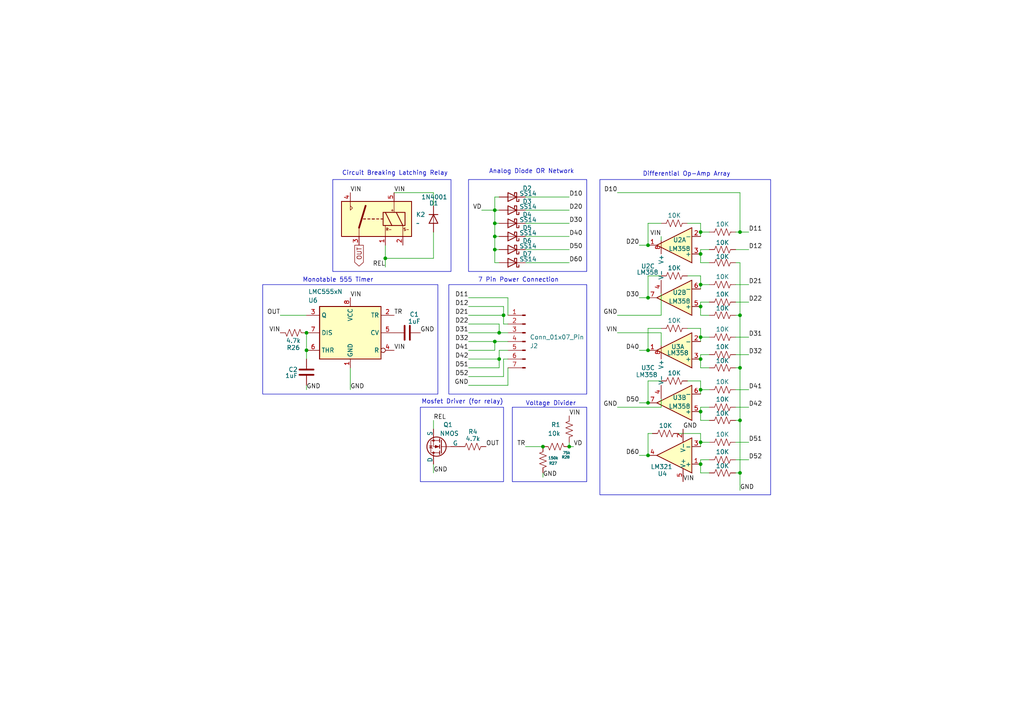
<source format=kicad_sch>
(kicad_sch (version 20250114) (generator "eeschema") (generator_version "9.0")
  (paper "A4")
  (lib_symbols
    (symbol "Amplifier_Operational:LM321" (pin_names (offset 0.127))
      (property "Reference" "U" (at 0 7.62 0))
      (property "Value" "LM321" (at 0 5.08 0))
      (symbol "LM321_0_1"
        (polyline (pts (xy -5.08 5.08) (xy 5.08 0) (xy -5.08 -5.08) (xy -5.08 5.08)) (stroke (width 0.254)) (fill (type background)))
      )
      (symbol "LM321_1_1"
        (pin input line (at -7.62 2.54 0) (length 2.54) (name "+") (number "1"))
        (pin input line (at -7.62 -2.54 0) (length 2.54) (name "-") (number "3"))
        (pin power_in line (at -2.54 7.62 270) (length 3.81) (name "V+") (number "5"))
        (pin power_in line (at -2.54 -7.62 90) (length 3.81) (name "V-") (number "2"))
        (pin output line (at 7.62 0 180) (length 2.54) (name "~") (number "4"))
      )
    )
    (symbol "Amplifier_Operational:LM358" (pin_names (offset 0.127))
      (property "Reference" "U" (at 0 5.08 0))
      (property "Value" "LM358" (at 0 -5.08 0))
      (symbol "LM358_1_1"
        (polyline (pts (xy -5.08 5.08) (xy 5.08 0) (xy -5.08 -5.08) (xy -5.08 5.08)) (stroke (width 0.254)) (fill (type background)))
        (pin input line (at -7.62 2.54 0) (length 2.54) (name "+") (number "3"))
        (pin input line (at -7.62 -2.54 0) (length 2.54) (name "-") (number "2"))
        (pin output line (at 7.62 0 180) (length 2.54) (name "~") (number "1"))
      )
      (symbol "LM358_2_1"
        (polyline (pts (xy -5.08 5.08) (xy 5.08 0) (xy -5.08 -5.08) (xy -5.08 5.08)) (stroke (width 0.254)) (fill (type background)))
        (pin input line (at -7.62 2.54 0) (length 2.54) (name "+") (number "5"))
        (pin input line (at -7.62 -2.54 0) (length 2.54) (name "-") (number "6"))
        (pin output line (at 7.62 0 180) (length 2.54) (name "~") (number "7"))
      )
      (symbol "LM358_3_1"
        (pin power_in line (at -2.54 7.62 270) (length 3.81) (name "V+") (number "8"))
        (pin power_in line (at -2.54 -7.62 90) (length 3.81) (name "V-") (number "4"))
      )
    )
    (symbol "Connector:Conn_01x07_Pin" (pin_names (offset 1.016) (hide yes))
      (property "Reference" "J" (at 0 10.16 0))
      (property "Value" "Conn_01x07_Pin" (at 0 -10.16 0))
      (symbol "Conn_01x07_Pin_1_1"
        (rectangle (start 0.8636 7.747) (end 0 7.493) (stroke (width 0.1524)) (fill (type outline)))
        (rectangle (start 0.8636 5.207) (end 0 4.953) (stroke (width 0.1524)) (fill (type outline)))
        (rectangle (start 0.8636 2.667) (end 0 2.413) (stroke (width 0.1524)) (fill (type outline)))
        (rectangle (start 0.8636 0.127) (end 0 -0.127) (stroke (width 0.1524)) (fill (type outline)))
        (rectangle (start 0.8636 -2.413) (end 0 -2.667) (stroke (width 0.1524)) (fill (type outline)))
        (rectangle (start 0.8636 -4.953) (end 0 -5.207) (stroke (width 0.1524)) (fill (type outline)))
        (rectangle (start 0.8636 -7.493) (end 0 -7.747) (stroke (width 0.1524)) (fill (type outline)))
        (polyline (pts (xy 1.27 7.62) (xy 0.8636 7.62)) (stroke (width 0.1524)))
        (polyline (pts (xy 1.27 5.08) (xy 0.8636 5.08)) (stroke (width 0.1524)))
        (polyline (pts (xy 1.27 2.54) (xy 0.8636 2.54)) (stroke (width 0.1524)))
        (polyline (pts (xy 1.27 0) (xy 0.8636 0)) (stroke (width 0.1524)))
        (polyline (pts (xy 1.27 -2.54) (xy 0.8636 -2.54)) (stroke (width 0.1524)))
        (polyline (pts (xy 1.27 -5.08) (xy 0.8636 -5.08)) (stroke (width 0.1524)))
        (polyline (pts (xy 1.27 -7.62) (xy 0.8636 -7.62)) (stroke (width 0.1524)))
        (pin passive line (at 5.08 7.62 180) (length 3.81) (name "Pin_1") (number "1"))
        (pin passive line (at 5.08 5.08 180) (length 3.81) (name "Pin_2") (number "2"))
        (pin passive line (at 5.08 2.54 180) (length 3.81) (name "Pin_3") (number "3"))
        (pin passive line (at 5.08 0 180) (length 3.81) (name "Pin_4") (number "4"))
        (pin passive line (at 5.08 -2.54 180) (length 3.81) (name "Pin_5") (number "5"))
        (pin passive line (at 5.08 -5.08 180) (length 3.81) (name "Pin_6") (number "6"))
        (pin passive line (at 5.08 -7.62 180) (length 3.81) (name "Pin_7") (number "7"))
      )
    )
    (symbol "Device:C" (pin_numbers (hide yes)) (pin_names (offset 0.254))
      (property "Reference" "C" (at 0.635 2.54 0))
      (property "Value" "C" (at 0.635 -2.54 0))
      (symbol "C_0_1"
        (polyline (pts (xy -2.032 0.762) (xy 2.032 0.762)) (stroke (width 0.508)))
        (polyline (pts (xy -2.032 -0.762) (xy 2.032 -0.762)) (stroke (width 0.508)))
      )
      (symbol "C_1_1"
        (pin passive line (at 0 3.81 270) (length 2.794) (name "~") (number "1"))
        (pin passive line (at 0 -3.81 90) (length 2.794) (name "~") (number "2"))
      )
    )
    (symbol "Device:R_US" (pin_numbers (hide yes)) (pin_names (offset 0))
      (property "Reference" "R" (at 2.54 0 90))
      (property "Value" "R_US" (at -2.54 0 90))
      (symbol "R_US_0_1"
        (polyline (pts (xy 0 2.286) (xy 0 2.54)))
        (polyline (pts (xy 0 2.286) (xy 1.016 1.905) (xy 0 1.524) (xy -1.016 1.143) (xy 0 0.762)))
        (polyline (pts (xy 0 0.762) (xy 1.016 0.381) (xy 0 0) (xy -1.016 -0.381) (xy 0 -0.762)))
        (polyline (pts (xy 0 -0.762) (xy 1.016 -1.143) (xy 0 -1.524) (xy -1.016 -1.905) (xy 0 -2.286)))
        (polyline (pts (xy 0 -2.286) (xy 0 -2.54)))
      )
      (symbol "R_US_1_1"
        (pin passive line (at 0 3.81 270) (length 1.27) (name "~") (number "1"))
        (pin passive line (at 0 -3.81 90) (length 1.27) (name "~") (number "2"))
      )
    )
    (symbol "Diode:1N4001" (pin_numbers (hide yes)) (pin_names (hide yes))
      (property "Reference" "D" (at 0 2.54 0))
      (property "Value" "1N4001" (at 0 -2.54 0))
      (symbol "1N4001_0_1"
        (polyline (pts (xy -1.27 1.27) (xy -1.27 -1.27)) (stroke (width 0.254)))
        (polyline (pts (xy 1.27 1.27) (xy 1.27 -1.27) (xy -1.27 0) (xy 1.27 1.27)) (stroke (width 0.254)))
        (polyline (pts (xy 1.27 0) (xy -1.27 0)))
      )
      (symbol "1N4001_1_1"
        (pin passive line (at -3.81 0 0) (length 2.54) (name "K") (number "1"))
        (pin passive line (at 3.81 0 180) (length 2.54) (name "A") (number "2"))
      )
    )
    (symbol "Diode:SS14" (pin_numbers (hide yes)) (pin_names (offset 1.016) (hide yes))
      (property "Reference" "D" (at 0 2.54 0))
      (property "Value" "SS14" (at 0 -2.54 0))
      (symbol "SS14_0_1"
        (polyline (pts (xy -1.905 0.635) (xy -1.905 1.27) (xy -1.27 1.27) (xy -1.27 -1.27) (xy -0.635 -1.27) (xy -0.635 -0.635)) (stroke (width 0.254)))
        (polyline (pts (xy 1.27 1.27) (xy 1.27 -1.27) (xy -1.27 0) (xy 1.27 1.27)) (stroke (width 0.254)))
        (polyline (pts (xy 1.27 0) (xy -1.27 0)))
      )
      (symbol "SS14_1_1"
        (pin passive line (at -3.81 0 0) (length 2.54) (name "K") (number "1"))
        (pin passive line (at 3.81 0 180) (length 2.54) (name "A") (number "2"))
      )
    )
    (symbol "Relay:Relay_SPST_Latching_2coil_Combined_SR"
      (property "Reference" "K" (at 12.954 5.08 0))
      (symbol "Relay_SPST_Latching_2coil_Combined_SR_0_1"
        (polyline (pts (xy -7.62 -3.81) (xy -7.62 -0.635)))
        (polyline (pts (xy -5.08 6.35) (xy -5.08 3.175)))
        (polyline (pts (xy -2.54 -3.81) (xy -2.54 -0.635)))
      )
      (symbol "Relay_SPST_Latching_2coil_Combined_SR_1_1"
        (rectangle (start -10.16 6.35) (end 10.16 -3.81) (stroke (width 0.254)) (fill (type background)))
        (rectangle (start -8.255 3.175) (end -1.905 -0.635) (stroke (width 0.254)))
        (polyline (pts (xy -7.62 -0.635) (xy -5.715 3.175)) (stroke (width 0.254)))
        (polyline (pts (xy -4.445 -0.635) (xy -2.54 3.175)) (stroke (width 0.254)))
        (polyline (pts (xy -1.905 1.27) (xy -1.27 1.27)) (stroke (width 0.254)))
        (polyline (pts (xy -0.635 1.27) (xy 0 1.27)) (stroke (width 0.254)))
        (polyline (pts (xy 0.635 1.27) (xy 1.27 1.27)) (stroke (width 0.254)))
        (polyline (pts (xy 0.635 1.27) (xy 1.27 1.27)) (stroke (width 0.254)))
        (polyline (pts (xy 1.905 1.27) (xy 2.54 1.27)) (stroke (width 0.254)))
        (polyline (pts (xy 3.175 1.27) (xy 3.81 1.27)) (stroke (width 0.254)))
        (polyline (pts (xy 5.08 -1.27) (xy 3.175 5.08)) (stroke (width 0.508)))
        (polyline (pts (xy 5.08 -1.27) (xy 5.08 -3.81)))
        (polyline (pts (xy 7.62 5.08) (xy 7.62 6.35)))
        (polyline (pts (xy 7.62 5.08) (xy 7.62 3.81) (xy 6.985 4.445) (xy 7.62 5.08)))
        (text "S-" (at -8.636 -1.778 0) (effects (font (size 0.762 0.762))))
        (text "+" (at -4.572 3.81 0) (effects (font (size 0.762 0.762))))
        (text "R-" (at -3.556 -1.778 0) (effects (font (size 0.762 0.762))))
        (pin passive line (at -7.62 -6.35 90) (length 2.54) (name "~") (number "2"))
        (pin passive line (at -5.08 8.89 270) (length 2.54) (name "~") (number "5"))
        (pin passive line (at -2.54 -6.35 90) (length 2.54) (name "~") (number "1"))
        (pin passive line (at 5.08 -6.35 90) (length 2.54) (name "~") (number "3"))
        (pin passive line (at 7.62 8.89 270) (length 2.54) (name "~") (number "4"))
      )
    )
    (symbol "Simulation_SPICE:NMOS" (pin_numbers (hide yes)) (pin_names (offset 0))
      (property "Reference" "Q" (at 5.08 1.27 0))
      (property "Value" "NMOS" (at 5.08 -1.27 0))
      (symbol "NMOS_0_1"
        (polyline (pts (xy 0.254 1.905) (xy 0.254 -1.905)) (stroke (width 0.254)))
        (polyline (pts (xy 0.254 0) (xy -2.54 0)))
        (polyline (pts (xy 0.762 2.286) (xy 0.762 1.27)) (stroke (width 0.254)))
        (polyline (pts (xy 0.762 0.508) (xy 0.762 -0.508)) (stroke (width 0.254)))
        (polyline (pts (xy 0.762 -1.27) (xy 0.762 -2.286)) (stroke (width 0.254)))
        (polyline (pts (xy 0.762 -1.778) (xy 3.302 -1.778) (xy 3.302 1.778) (xy 0.762 1.778)))
        (polyline (pts (xy 1.016 0) (xy 2.032 0.381) (xy 2.032 -0.381) (xy 1.016 0)) (fill (type outline)))
        (circle (center 1.651 0) (radius 2.794) (stroke (width 0.254)))
        (polyline (pts (xy 2.54 2.54) (xy 2.54 1.778)))
        (circle (center 2.54 1.778) (radius 0.254) (fill (type outline)))
        (circle (center 2.54 -1.778) (radius 0.254) (fill (type outline)))
        (polyline (pts (xy 2.54 -2.54) (xy 2.54 0) (xy 0.762 0)))
        (polyline (pts (xy 2.794 0.508) (xy 2.921 0.381) (xy 3.683 0.381) (xy 3.81 0.254)))
        (polyline (pts (xy 3.302 0.381) (xy 2.921 -0.254) (xy 3.683 -0.254) (xy 3.302 0.381)))
      )
      (symbol "NMOS_1_1"
        (pin input line (at -5.08 0 0) (length 2.54) (name "G") (number "2"))
        (pin passive line (at 2.54 5.08 270) (length 2.54) (name "D") (number "1"))
        (pin passive line (at 2.54 -5.08 90) (length 2.54) (name "S") (number "3"))
      )
    )
    (symbol "Timer:LMC555xN"
      (property "Reference" "U" (at -10.16 8.89 0))
      (property "Value" "LMC555xN" (at 2.54 8.89 0))
      (symbol "LMC555xN_0_0"
        (pin power_in line (at 0 10.16 270) (length 2.54) (name "VCC") (number "8"))
        (pin power_in line (at 0 -10.16 90) (length 2.54) (name "GND") (number "1"))
      )
      (symbol "LMC555xN_0_1"
        (rectangle (start -8.89 -7.62) (end 8.89 7.62) (stroke (width 0.254)) (fill (type background)))
        (rectangle (start -8.89 -7.62) (end 8.89 7.62) (stroke (width 0.254)) (fill (type background)))
      )
      (symbol "LMC555xN_1_1"
        (pin input line (at -12.7 5.08 0) (length 3.81) (name "TR") (number "2"))
        (pin input line (at -12.7 0 0) (length 3.81) (name "CV") (number "5"))
        (pin input inverted (at -12.7 -5.08 0) (length 3.81) (name "R") (number "4"))
        (pin output line (at 12.7 5.08 180) (length 3.81) (name "Q") (number "3"))
        (pin input line (at 12.7 0 180) (length 3.81) (name "DIS") (number "7"))
        (pin input line (at 12.7 -5.08 180) (length 3.81) (name "THR") (number "6"))
      )
    )
  )
  (rectangle (start 130.175 82.55) (end 170.18 114.3))
  (rectangle (start 173.99 52.07) (end 223.52 143.51))
  (rectangle (start 148.59 118.11) (end 170.18 139.7))
  (rectangle (start 135.89 52.07) (end 170.18 78.74))
  (rectangle (start 121.92 118.11) (end 146.05 139.7))
  (rectangle (start 76.2 82.55) (end 127 114.3))
  (rectangle (start 96.52 52.07) (end 130.81 78.74))
  (text "Differential Op-Amp Array" (at 199.136 50.546 0) (effects (font (size 1.27 1.27))))
  (text "7 Pin Power Connection" (at 150.368 81.28 0) (effects (font (size 1.27 1.27))))
  (text "Voltage Divider\n" (at 159.766 117.094 0) (effects (font (size 1.27 1.27))))
  (text "Monotable 555 Timer" (at 98.044 81.28 0) (effects (font (size 1.27 1.27))))
  (text "Mosfet Driver (for relay)" (at 134.112 116.586 0) (effects (font (size 1.27 1.27))))
  (text "Circuit Breaking Latching Relay" (at 114.554 50.292 0) (effects (font (size 1.27 1.27))))
  (text "Analog Diode OR Network" (at 154.178 49.784 0) (effects (font (size 1.27 1.27))))
  (junction (at 203.2 67.31))
  (junction (at 187.96 86.36))
  (junction (at 111.76 74.93))
  (junction (at 203.2 104.14))
  (junction (at 143.51 99.06))
  (junction (at 203.2 88.9))
  (junction (at 146.05 91.44))
  (junction (at 144.78 104.14))
  (junction (at 143.51 72.39))
  (junction (at 143.51 60.96))
  (junction (at 187.96 101.6))
  (junction (at 214.63 91.44))
  (junction (at 214.63 106.68))
  (junction (at 203.2 119.38))
  (junction (at 187.96 132.08))
  (junction (at 88.9 101.6))
  (junction (at 203.2 73.66))
  (junction (at 143.51 64.77))
  (junction (at 203.2 82.55))
  (junction (at 88.9 96.52))
  (junction (at 203.2 128.27))
  (junction (at 214.63 137.16))
  (junction (at 214.63 121.92))
  (junction (at 144.78 96.52))
  (junction (at 214.63 67.31))
  (junction (at 157.48 129.54))
  (junction (at 203.2 134.62))
  (junction (at 203.2 97.79))
  (junction (at 165.1 129.54))
  (junction (at 187.96 71.12))
  (junction (at 203.2 113.03))
  (junction (at 143.51 68.58))
  (junction (at 187.96 116.84))
  (wire (pts (xy 191.77 64.77) (xy 187.96 64.77)))
  (wire (pts (xy 213.36 113.03) (xy 217.17 113.03)))
  (wire (pts (xy 214.63 67.31) (xy 217.17 67.31)))
  (wire (pts (xy 185.42 71.12) (xy 187.96 71.12)))
  (wire (pts (xy 179.07 96.52) (xy 191.77 96.52)))
  (wire (pts (xy 203.2 121.92) (xy 205.74 121.92)))
  (wire (pts (xy 203.2 119.38) (xy 203.2 121.92)))
  (wire (pts (xy 143.51 60.96) (xy 143.51 64.77)))
  (wire (pts (xy 213.36 137.16) (xy 214.63 137.16)))
  (wire (pts (xy 111.76 74.93) (xy 111.76 71.12)))
  (wire (pts (xy 191.77 80.01) (xy 187.96 80.01)))
  (wire (pts (xy 214.63 76.2) (xy 214.63 91.44)))
  (wire (pts (xy 88.9 104.14) (xy 88.9 101.6)))
  (wire (pts (xy 179.07 118.11) (xy 191.77 118.11)))
  (wire (pts (xy 146.05 88.9) (xy 146.05 91.44)))
  (wire (pts (xy 203.2 118.11) (xy 203.2 119.38)))
  (wire (pts (xy 203.2 110.49) (xy 199.39 110.49)))
  (wire (pts (xy 111.76 74.93) (xy 111.76 77.47)))
  (wire (pts (xy 185.42 116.84) (xy 187.96 116.84)))
  (wire (pts (xy 203.2 113.03) (xy 203.2 110.49)))
  (wire (pts (xy 217.17 133.35) (xy 213.36 133.35)))
  (wire (pts (xy 88.9 101.6) (xy 88.9 96.52)))
  (wire (pts (xy 144.78 57.15) (xy 143.51 57.15)))
  (wire (pts (xy 203.2 88.9) (xy 203.2 91.44)))
  (wire (pts (xy 203.2 134.62) (xy 203.2 137.16)))
  (wire (pts (xy 203.2 113.03) (xy 205.74 113.03)))
  (wire (pts (xy 125.73 74.93) (xy 111.76 74.93)))
  (wire (pts (xy 152.4 68.58) (xy 165.1 68.58)))
  (wire (pts (xy 135.89 93.98) (xy 144.78 93.98)))
  (wire (pts (xy 147.32 96.52) (xy 144.78 96.52)))
  (wire (pts (xy 203.2 68.58) (xy 203.2 67.31)))
  (wire (pts (xy 203.2 76.2) (xy 205.74 76.2)))
  (wire (pts (xy 203.2 128.27) (xy 203.2 125.73)))
  (wire (pts (xy 135.89 109.22) (xy 146.05 109.22)))
  (wire (pts (xy 125.73 121.92) (xy 125.73 124.46)))
  (wire (pts (xy 125.73 55.88) (xy 125.73 59.69)))
  (wire (pts (xy 203.2 99.06) (xy 203.2 97.79)))
  (wire (pts (xy 203.2 102.87) (xy 203.2 104.14)))
  (wire (pts (xy 135.89 91.44) (xy 146.05 91.44)))
  (wire (pts (xy 135.89 104.14) (xy 144.78 104.14)))
  (wire (pts (xy 213.36 106.68) (xy 214.63 106.68)))
  (wire (pts (xy 213.36 67.31) (xy 214.63 67.31)))
  (wire (pts (xy 101.6 106.68) (xy 101.6 113.03)))
  (wire (pts (xy 147.32 93.98) (xy 146.05 93.98)))
  (wire (pts (xy 214.63 91.44) (xy 214.63 106.68)))
  (wire (pts (xy 203.2 97.79) (xy 203.2 95.25)))
  (wire (pts (xy 213.36 82.55) (xy 217.17 82.55)))
  (wire (pts (xy 203.2 67.31) (xy 205.74 67.31)))
  (wire (pts (xy 189.23 125.73) (xy 187.96 125.73)))
  (wire (pts (xy 125.73 134.62) (xy 125.73 137.16)))
  (wire (pts (xy 165.1 129.54) (xy 166.37 129.54)))
  (wire (pts (xy 191.77 100.33) (xy 191.77 96.52)))
  (wire (pts (xy 114.3 55.88) (xy 125.73 55.88)))
  (wire (pts (xy 144.78 96.52) (xy 144.78 93.98)))
  (wire (pts (xy 214.63 106.68) (xy 214.63 121.92)))
  (wire (pts (xy 203.2 125.73) (xy 196.85 125.73)))
  (wire (pts (xy 144.78 104.14) (xy 144.78 106.68)))
  (wire (pts (xy 203.2 87.63) (xy 203.2 88.9)))
  (wire (pts (xy 165.1 128.27) (xy 165.1 129.54)))
  (wire (pts (xy 135.89 106.68) (xy 144.78 106.68)))
  (wire (pts (xy 205.74 72.39) (xy 203.2 72.39)))
  (wire (pts (xy 203.2 104.14) (xy 203.2 106.68)))
  (wire (pts (xy 203.2 83.82) (xy 203.2 82.55)))
  (wire (pts (xy 214.63 137.16) (xy 214.63 142.24)))
  (wire (pts (xy 179.07 91.44) (xy 191.77 91.44)))
  (wire (pts (xy 187.96 125.73) (xy 187.96 132.08)))
  (wire (pts (xy 143.51 76.2) (xy 144.78 76.2)))
  (wire (pts (xy 143.51 68.58) (xy 143.51 72.39)))
  (wire (pts (xy 152.4 60.96) (xy 165.1 60.96)))
  (wire (pts (xy 125.73 67.31) (xy 125.73 74.93)))
  (wire (pts (xy 217.17 102.87) (xy 213.36 102.87)))
  (wire (pts (xy 143.51 57.15) (xy 143.51 60.96)))
  (wire (pts (xy 179.07 55.88) (xy 214.63 55.88)))
  (wire (pts (xy 191.77 68.58) (xy 191.77 69.85)))
  (wire (pts (xy 203.2 106.68) (xy 205.74 106.68)))
  (wire (pts (xy 213.36 76.2) (xy 214.63 76.2)))
  (wire (pts (xy 203.2 129.54) (xy 203.2 128.27)))
  (wire (pts (xy 185.42 101.6) (xy 187.96 101.6)))
  (wire (pts (xy 147.32 101.6) (xy 144.78 101.6)))
  (wire (pts (xy 203.2 72.39) (xy 203.2 73.66)))
  (wire (pts (xy 146.05 91.44) (xy 146.05 93.98)))
  (wire (pts (xy 143.51 60.96) (xy 144.78 60.96)))
  (wire (pts (xy 143.51 64.77) (xy 144.78 64.77)))
  (wire (pts (xy 203.2 82.55) (xy 205.74 82.55)))
  (wire (pts (xy 135.89 99.06) (xy 143.51 99.06)))
  (wire (pts (xy 147.32 106.68) (xy 147.32 111.76)))
  (wire (pts (xy 203.2 67.31) (xy 203.2 64.77)))
  (wire (pts (xy 185.42 86.36) (xy 187.96 86.36)))
  (wire (pts (xy 143.51 99.06) (xy 147.32 99.06)))
  (wire (pts (xy 191.77 95.25) (xy 187.96 95.25)))
  (wire (pts (xy 203.2 114.3) (xy 203.2 113.03)))
  (wire (pts (xy 147.32 91.44) (xy 147.32 86.36)))
  (wire (pts (xy 203.2 133.35) (xy 203.2 134.62)))
  (wire (pts (xy 144.78 72.39) (xy 143.51 72.39)))
  (wire (pts (xy 88.9 111.76) (xy 88.9 113.03)))
  (wire (pts (xy 157.48 137.16) (xy 157.48 138.43)))
  (wire (pts (xy 203.2 82.55) (xy 203.2 80.01)))
  (wire (pts (xy 135.89 86.36) (xy 147.32 86.36)))
  (wire (pts (xy 143.51 64.77) (xy 143.51 68.58)))
  (wire (pts (xy 143.51 99.06) (xy 143.51 101.6)))
  (wire (pts (xy 152.4 76.2) (xy 165.1 76.2)))
  (wire (pts (xy 135.89 111.76) (xy 147.32 111.76)))
  (wire (pts (xy 205.74 102.87) (xy 203.2 102.87)))
  (wire (pts (xy 213.36 121.92) (xy 214.63 121.92)))
  (wire (pts (xy 203.2 73.66) (xy 203.2 76.2)))
  (wire (pts (xy 143.51 72.39) (xy 143.51 76.2)))
  (wire (pts (xy 217.17 118.11) (xy 213.36 118.11)))
  (wire (pts (xy 203.2 80.01) (xy 199.39 80.01)))
  (wire (pts (xy 152.4 64.77) (xy 165.1 64.77)))
  (wire (pts (xy 217.17 72.39) (xy 213.36 72.39)))
  (wire (pts (xy 135.89 101.6) (xy 143.51 101.6)))
  (wire (pts (xy 146.05 104.14) (xy 146.05 109.22)))
  (wire (pts (xy 187.96 110.49) (xy 187.96 116.84)))
  (wire (pts (xy 214.63 121.92) (xy 214.63 137.16)))
  (wire (pts (xy 203.2 128.27) (xy 205.74 128.27)))
  (wire (pts (xy 185.42 132.08) (xy 187.96 132.08)))
  (wire (pts (xy 205.74 87.63) (xy 203.2 87.63)))
  (wire (pts (xy 139.7 60.96) (xy 143.51 60.96)))
  (wire (pts (xy 214.63 67.31) (xy 214.63 55.88)))
  (wire (pts (xy 152.4 72.39) (xy 165.1 72.39)))
  (wire (pts (xy 203.2 91.44) (xy 205.74 91.44)))
  (wire (pts (xy 203.2 97.79) (xy 205.74 97.79)))
  (wire (pts (xy 191.77 115.57) (xy 191.77 118.11)))
  (wire (pts (xy 203.2 137.16) (xy 205.74 137.16)))
  (wire (pts (xy 213.36 97.79) (xy 217.17 97.79)))
  (wire (pts (xy 81.28 91.44) (xy 88.9 91.44)))
  (wire (pts (xy 135.89 88.9) (xy 146.05 88.9)))
  (wire (pts (xy 191.77 85.09) (xy 191.77 91.44)))
  (wire (pts (xy 213.36 91.44) (xy 214.63 91.44)))
  (wire (pts (xy 199.39 64.77) (xy 203.2 64.77)))
  (wire (pts (xy 203.2 95.25) (xy 199.39 95.25)))
  (wire (pts (xy 187.96 80.01) (xy 187.96 86.36)))
  (wire (pts (xy 143.51 68.58) (xy 144.78 68.58)))
  (wire (pts (xy 152.4 129.54) (xy 157.48 129.54)))
  (wire (pts (xy 152.4 57.15) (xy 165.1 57.15)))
  (wire (pts (xy 213.36 128.27) (xy 217.17 128.27)))
  (wire (pts (xy 187.96 64.77) (xy 187.96 71.12)))
  (wire (pts (xy 187.96 95.25) (xy 187.96 101.6)))
  (wire (pts (xy 205.74 133.35) (xy 203.2 133.35)))
  (wire (pts (xy 135.89 96.52) (xy 144.78 96.52)))
  (wire (pts (xy 147.32 104.14) (xy 146.05 104.14)))
  (wire (pts (xy 217.17 87.63) (xy 213.36 87.63)))
  (wire (pts (xy 191.77 110.49) (xy 187.96 110.49)))
  (wire (pts (xy 205.74 118.11) (xy 203.2 118.11)))
  (wire (pts (xy 144.78 101.6) (xy 144.78 104.14)))
  (label "D60" (at 185.42 132.08 180))
  (label "D41" (at 217.17 113.03 0))
  (label "D50" (at 185.42 116.84 180))
  (label "GND" (at 157.48 138.43 0))
  (label "D31" (at 217.17 97.79 0))
  (label "D32" (at 217.17 102.87 0))
  (label "D11" (at 135.89 86.36 180))
  (label "VIN" (at 198.12 139.7 0))
  (label "VIN" (at 179.07 96.52 180))
  (label "OUT" (at 140.97 129.54 0))
  (label "D12" (at 217.17 72.39 0))
  (label "TR" (at 114.3 91.44 0))
  (label "VIN" (at 165.1 120.65 0))
  (label "OUT" (at 81.28 91.44 180))
  (label "D22" (at 217.17 87.63 0))
  (label "VIN" (at 114.3 101.6 0))
  (label "D51" (at 217.17 128.27 0))
  (label "D30" (at 165.1 64.77 0))
  (label "TR" (at 152.4 129.54 180))
  (label "VIN" (at 191.77 68.58 180))
  (label "D12" (at 135.89 88.9 180))
  (label "D31" (at 135.89 96.52 180))
  (label "GND" (at 214.63 142.24 0))
  (label "D30" (at 185.42 86.36 180))
  (label "VIN" (at 81.28 96.52 180))
  (label "GND" (at 135.89 111.76 180))
  (label "GND" (at 198.12 124.46 0))
  (label "GND" (at 179.07 91.44 180))
  (label "GND" (at 125.73 137.16 0))
  (label "VIN" (at 101.6 55.88 0))
  (label "VD" (at 139.7 60.96 180))
  (label "D20" (at 165.1 60.96 0))
  (label "GND" (at 179.07 118.11 180))
  (label "D51" (at 135.89 106.68 180))
  (label "VIN" (at 101.6 86.36 0))
  (label "D52" (at 135.89 109.22 180))
  (label "D42" (at 135.89 104.14 180))
  (label "D21" (at 217.17 82.55 0))
  (label "GND" (at 88.9 113.03 0))
  (label "D40" (at 165.1 68.58 0))
  (label "D10" (at 179.07 55.88 180))
  (label "D42" (at 217.17 118.11 0))
  (label "D10" (at 165.1 57.15 0))
  (label "REL" (at 125.73 121.92 0))
  (label "D20" (at 185.42 71.12 180))
  (label "D32" (at 135.89 99.06 180))
  (label "D41" (at 135.89 101.6 180))
  (label "GND" (at 101.6 113.03 0))
  (label "D11" (at 217.17 67.31 0))
  (label "D50" (at 165.1 72.39 0))
  (label "D22" (at 135.89 93.98 180))
  (label "GND" (at 121.92 96.52 0))
  (label "VD" (at 166.37 129.54 0))
  (label "D52" (at 217.17 133.35 0))
  (label "D40" (at 185.42 101.6 180))
  (label "D21" (at 135.89 91.44 180))
  (label "D60" (at 165.1 76.2 0))
  (label "VIN" (at 114.3 55.88 0))
  (label "REL" (at 111.76 77.47 180))
  (global_label "OUT" (shape output) (at 104.14 71.12 270) (property "Intersheetrefs" "${INTERSHEET_REFS}" (effects (hide yes))))
  (symbol (lib_id "Connector:Conn_01x07_Pin") (at 152.4 99.06 0) (mirror y) (unit 1)
    (property "Reference" "J2" (at 153.67 100.3301 0) (effects (justify right)))
    (property "Value" "Conn_01x07_Pin" (at 153.67 97.7901 0) (effects (justify right)))
    (property "Footprint" "Connector_JST:JST_XH_B7B-XH-AM_1x07_P2.50mm_Vertical" (effects (hide yes)))
    (property "Description" "Generic connector, single row, 01x07, script generated" (effects (hide yes)))
  )
  (symbol (lib_id "Device:R_US") (at 157.48 133.35 0) (mirror x) (unit 1)
    (property "Reference" "R27" (at 159.258 134.3661 0) (effects (font (size 0.762 0.762)) (justify left)))
    (property "Value" "150k" (at 159.004 132.842 0) (effects (font (size 0.762 0.762)) (justify left)))
    (property "Footprint" "Resistor_SMD:R_0805_2012Metric" (effects (hide yes)))
    (property "Description" "Resistor, US symbol" (effects (hide yes)))
  )
  (symbol (lib_id "Device:R_US") (at 209.55 106.68 90) (unit 1)
    (property "Reference" "R16" (effects (hide yes)))
    (property "Value" "10K" (at 209.55 104.648 90))
    (property "Description" "Resistor, US symbol" (effects (hide yes)))
  )
  (symbol (lib_id "Diode:1N4001") (at 125.73 63.5 90) (mirror x) (unit 1)
    (property "Reference" "D1" (at 124.46 58.928 90) (effects (justify right)))
    (property "Value" "1N4001" (at 122.174 57.15 90) (effects (justify right)))
    (property "Footprint" "Diode_THT:D_DO-41_SOD81_P10.16mm_Horizontal" (effects (hide yes)))
    (property "Datasheet" "http://www.vishay.com/docs/88503/1n4001.pdf" (effects (hide yes)))
    (property "Description" "50V 1A General Purpose Rectifier Diode, DO-41" (effects (hide yes)))
    (property "Sim.Device" "D" (effects (hide yes)))
    (property "Sim.Pins" "1=K 2=A" (effects (hide yes)))
  )
  (symbol (lib_id "Device:R_US") (at 209.55 72.39 90) (unit 1)
    (property "Reference" "R7" (effects (hide yes)))
    (property "Value" "10K" (at 209.55 70.358 90))
    (property "Description" "Resistor, US symbol" (effects (hide yes)))
  )
  (symbol (lib_id "Amplifier_Operational:LM358") (at 195.58 116.84 180) (unit 2)
    (property "Reference" "U3" (at 197.104 115.316 0))
    (property "Value" "LM358" (at 197.104 117.856 0))
    (property "Footprint" "Package_DIP:DIP-8_W7.62mm" (effects (hide yes)))
    (property "Datasheet" "http://www.ti.com/lit/ds/symlink/lm2904-n.pdf" (effects (hide yes)))
    (property "Description" "Low-Power, Dual Operational Amplifiers, DIP-8/SOIC-8/TO-99-8" (effects (hide yes)))
  )
  (symbol (lib_id "Device:R_US") (at 193.04 125.73 90) (unit 1)
    (property "Reference" "R25" (effects (hide yes)))
    (property "Value" "10K" (at 193.04 123.444 90))
    (property "Description" "Resistor, US symbol" (effects (hide yes)))
  )
  (symbol (lib_id "Device:C") (at 118.11 96.52 90) (unit 1)
    (property "Reference" "C1" (at 120.142 91.186 90))
    (property "Value" "1uF" (at 120.142 93.218 90))
    (property "Description" "Unpolarized capacitor" (effects (hide yes)))
  )
  (symbol (lib_id "Device:R_US") (at 165.1 124.46 0) (mirror y) (unit 1)
    (property "Reference" "R1" (at 162.56 123.1899 0) (effects (justify left)))
    (property "Value" "10k" (at 162.56 125.7299 0) (effects (justify left)))
    (property "Description" "Resistor, US symbol" (effects (hide yes)))
  )
  (symbol (lib_id "Device:R_US") (at 195.58 64.77 90) (unit 1)
    (property "Reference" "R6" (effects (hide yes)))
    (property "Value" "10K" (at 195.58 62.484 90))
    (property "Description" "Resistor, US symbol" (effects (hide yes)))
  )
  (symbol (lib_id "Device:R_US") (at 209.55 113.03 90) (unit 1)
    (property "Reference" "R17" (effects (hide yes)))
    (property "Value" "10K" (at 209.55 110.744 90))
    (property "Description" "Resistor, US symbol" (effects (hide yes)))
  )
  (symbol (lib_id "Amplifier_Operational:LM321") (at 195.58 132.08 180) (unit 1)
    (property "Reference" "U4" (at 190.754 137.414 0) (effects (justify right)))
    (property "Value" "LM321" (at 188.722 135.382 0) (effects (justify right)))
    (property "Footprint" "Package_TO_SOT_SMD:SOT-23-5" (effects (hide yes)))
    (property "Datasheet" "http://www.ti.com/lit/ds/symlink/lm321.pdf" (effects (hide yes)))
    (property "Description" "Low Power Single Operational Amplifier, SOT-23-5" (effects (hide yes)))
  )
  (symbol (lib_id "Diode:SS14") (at 148.59 64.77 180) (unit 1)
    (property "Reference" "D4" (at 152.908 62.23 0))
    (property "Value" "SS14" (at 153.162 63.754 0))
    (property "Footprint" "Diode_SMD:D_SMA" (effects (hide yes)))
    (property "Datasheet" "https://www.vishay.com/docs/88746/ss12.pdf" (effects (hide yes)))
    (property "Description" "40V 1A Schottky Diode, SMA" (effects (hide yes)))
  )
  (symbol (lib_id "Diode:SS14") (at 148.59 68.58 180) (unit 1)
    (property "Reference" "D5" (at 152.908 66.04 0))
    (property "Value" "SS14" (at 153.162 67.564 0))
    (property "Footprint" "Diode_SMD:D_SMA" (effects (hide yes)))
    (property "Datasheet" "https://www.vishay.com/docs/88746/ss12.pdf" (effects (hide yes)))
    (property "Description" "40V 1A Schottky Diode, SMA" (effects (hide yes)))
  )
  (symbol (lib_id "Diode:SS14") (at 148.59 76.2 180) (unit 1)
    (property "Reference" "D7" (at 152.908 73.66 0))
    (property "Value" "SS14" (at 153.162 75.184 0))
    (property "Footprint" "Diode_SMD:D_SMA" (effects (hide yes)))
    (property "Datasheet" "https://www.vishay.com/docs/88746/ss12.pdf" (effects (hide yes)))
    (property "Description" "40V 1A Schottky Diode, SMA" (effects (hide yes)))
  )
  (symbol (lib_id "Device:R_US") (at 209.55 76.2 90) (unit 1)
    (property "Reference" "R8" (effects (hide yes)))
    (property "Value" "10K" (at 209.55 74.422 90))
    (property "Description" "Resistor, US symbol" (effects (hide yes)))
  )
  (symbol (lib_id "Diode:SS14") (at 148.59 60.96 180) (unit 1)
    (property "Reference" "D3" (at 152.908 58.42 0))
    (property "Value" "SS14" (at 153.162 59.944 0))
    (property "Footprint" "Diode_SMD:D_SMA" (effects (hide yes)))
    (property "Datasheet" "https://www.vishay.com/docs/88746/ss12.pdf" (effects (hide yes)))
    (property "Description" "40V 1A Schottky Diode, SMA" (effects (hide yes)))
  )
  (symbol (lib_id "Amplifier_Operational:LM358") (at 195.58 86.36 180) (unit 2)
    (property "Reference" "U2" (at 197.104 84.836 0))
    (property "Value" "LM358" (at 197.104 87.376 0))
    (property "Footprint" "Package_DIP:DIP-8_W7.62mm" (effects (hide yes)))
    (property "Datasheet" "http://www.ti.com/lit/ds/symlink/lm2904-n.pdf" (effects (hide yes)))
    (property "Description" "Low-Power, Dual Operational Amplifiers, DIP-8/SOIC-8/TO-99-8" (effects (hide yes)))
  )
  (symbol (lib_id "Device:R_US") (at 209.55 91.44 90) (unit 1)
    (property "Reference" "R12" (effects (hide yes)))
    (property "Value" "10K" (at 209.55 89.408 90))
    (property "Description" "Resistor, US symbol" (effects (hide yes)))
  )
  (symbol (lib_id "Relay:Relay_SPST_Latching_2coil_Combined_SR") (at 109.22 64.77 0) (mirror y) (unit 1)
    (property "Reference" "K2" (at 120.65 62.2299 0) (effects (justify right)))
    (property "Value" "~" (at 120.65 64.7699 0) (effects (justify right)))
  )
  (symbol (lib_id "Device:R_US") (at 195.58 95.25 90) (unit 1)
    (property "Reference" "R23" (effects (hide yes)))
    (property "Value" "10K" (at 195.58 92.964 90))
    (property "Description" "Resistor, US symbol" (effects (hide yes)))
  )
  (symbol (lib_id "Device:R_US") (at 209.55 102.87 90) (unit 1)
    (property "Reference" "R14" (effects (hide yes)))
    (property "Value" "10K" (at 209.55 100.584 90))
    (property "Description" "Resistor, US symbol" (effects (hide yes)))
  )
  (symbol (lib_id "Device:R_US") (at 209.55 128.27 90) (unit 1)
    (property "Reference" "R20" (effects (hide yes)))
    (property "Value" "10K" (at 209.55 125.984 90))
    (property "Description" "Resistor, US symbol" (effects (hide yes)))
  )
  (symbol (lib_id "Device:R_US") (at 209.55 97.79 90) (unit 1)
    (property "Reference" "R13" (effects (hide yes)))
    (property "Value" "10K" (at 209.55 95.504 90))
    (property "Description" "Resistor, US symbol" (effects (hide yes)))
  )
  (symbol (lib_id "Device:R_US") (at 209.55 67.31 90) (unit 1)
    (property "Reference" "R5" (effects (hide yes)))
    (property "Value" "10K" (at 209.55 65.024 90))
    (property "Description" "Resistor, US symbol" (effects (hide yes)))
  )
  (symbol (lib_id "Device:R_US") (at 209.55 87.63 90) (unit 1)
    (property "Reference" "R11" (effects (hide yes)))
    (property "Value" "10K" (at 209.55 85.344 90))
    (property "Description" "Resistor, US symbol" (effects (hide yes)))
  )
  (symbol (lib_id "Device:R_US") (at 195.58 110.49 90) (unit 1)
    (property "Reference" "R24" (effects (hide yes)))
    (property "Value" "10K" (at 195.58 108.204 90))
    (property "Description" "Resistor, US symbol" (effects (hide yes)))
  )
  (symbol (lib_id "Diode:SS14") (at 148.59 57.15 180) (unit 1)
    (property "Reference" "D2" (at 152.908 54.61 0))
    (property "Value" "SS14" (at 153.162 56.134 0))
    (property "Footprint" "Diode_SMD:D_SMA" (effects (hide yes)))
    (property "Datasheet" "https://www.vishay.com/docs/88746/ss12.pdf" (effects (hide yes)))
    (property "Description" "40V 1A Schottky Diode, SMA" (effects (hide yes)))
  )
  (symbol (lib_id "Device:R_US") (at 209.55 137.16 90) (unit 1)
    (property "Reference" "R22" (effects (hide yes)))
    (property "Value" "10K" (at 209.55 135.128 90))
    (property "Description" "Resistor, US symbol" (effects (hide yes)))
  )
  (symbol (lib_id "Device:R_US") (at 137.16 129.54 270) (unit 1)
    (property "Reference" "R4" (at 137.16 125.222 90))
    (property "Value" "4.7k" (at 137.16 127.254 90))
    (property "Footprint" "Resistor_SMD:R_0805_2012Metric" (effects (hide yes)))
    (property "Description" "Resistor, US symbol" (effects (hide yes)))
  )
  (symbol (lib_id "Amplifier_Operational:LM358") (at 195.58 101.6 180) (unit 1)
    (property "Reference" "U3" (at 196.596 100.584 0))
    (property "Value" "LM358" (at 196.596 102.362 0))
    (property "Footprint" "Package_DIP:DIP-8_W7.62mm" (effects (hide yes)))
    (property "Datasheet" "http://www.ti.com/lit/ds/symlink/lm2904-n.pdf" (effects (hide yes)))
    (property "Description" "Low-Power, Dual Operational Amplifiers, DIP-8/SOIC-8/TO-99-8" (effects (hide yes)))
  )
  (symbol (lib_id "Device:R_US") (at 209.55 121.92 90) (unit 1)
    (property "Reference" "R19" (effects (hide yes)))
    (property "Value" "10K" (at 209.55 119.888 90))
    (property "Description" "Resistor, US symbol" (effects (hide yes)))
  )
  (symbol (lib_id "Device:R_US") (at 209.55 133.35 90) (unit 1)
    (property "Reference" "R21" (effects (hide yes)))
    (property "Value" "10K" (at 209.55 131.064 90))
    (property "Description" "Resistor, US symbol" (effects (hide yes)))
  )
  (symbol (lib_id "Device:C") (at 88.9 107.95 0) (mirror x) (unit 1)
    (property "Reference" "C2" (at 86.36 107.188 0) (effects (justify right)))
    (property "Value" "1uF" (at 86.36 108.966 0) (effects (justify right)))
    (property "Footprint" "Capacitor_SMD:C_0805_2012Metric" (effects (hide yes)))
    (property "Description" "Unpolarized capacitor" (effects (hide yes)))
  )
  (symbol (lib_id "Device:R_US") (at 195.58 80.01 90) (unit 1)
    (property "Reference" "R10" (effects (hide yes)))
    (property "Value" "10K" (at 195.58 77.724 90))
    (property "Description" "Resistor, US symbol" (effects (hide yes)))
  )
  (symbol (lib_id "Device:R_US") (at 209.55 118.11 90) (unit 1)
    (property "Reference" "R18" (effects (hide yes)))
    (property "Value" "10K" (at 209.55 115.824 90))
    (property "Description" "Resistor, US symbol" (effects (hide yes)))
  )
  (symbol (lib_id "Amplifier_Operational:LM358") (at 194.31 107.95 0) (unit 3)
    (property "Reference" "U3" (at 185.928 106.68 0) (effects (justify left)))
    (property "Value" "LM358" (at 184.404 108.712 0) (effects (justify left)))
    (property "Footprint" "Package_DIP:DIP-8_W7.62mm" (effects (hide yes)))
    (property "Datasheet" "http://www.ti.com/lit/ds/symlink/lm2904-n.pdf" (effects (hide yes)))
    (property "Description" "Low-Power, Dual Operational Amplifiers, DIP-8/SOIC-8/TO-99-8" (effects (hide yes)))
  )
  (symbol (lib_id "Simulation_SPICE:NMOS") (at 128.27 129.54 180) (unit 1)
    (property "Reference" "Q1" (at 131.318 123.19 0) (effects (justify left)))
    (property "Value" "NMOS" (at 133.096 125.73 0) (effects (justify left)))
    (property "Footprint" "Package_TO_SOT_SMD:SOT-23" (effects (hide yes)))
    (property "Datasheet" "https://ngspice.sourceforge.io/docs/ngspice-html-manual/manual.xhtml#cha_MOSFETs" (effects (hide yes)))
    (property "Description" "N-MOSFET transistor, drain/source/gate" (effects (hide yes)))
    (property "Sim.Device" "NMOS" (effects (hide yes)))
    (property "Sim.Type" "VDMOS" (effects (hide yes)))
    (property "Sim.Pins" "1=D 2=G 3=S" (effects (hide yes)))
  )
  (symbol (lib_id "Amplifier_Operational:LM358") (at 195.58 71.12 180) (unit 1)
    (property "Reference" "U2" (at 197.104 69.596 0))
    (property "Value" "LM358" (at 197.104 72.136 0))
    (property "Footprint" "Package_DIP:DIP-8_W7.62mm" (effects (hide yes)))
    (property "Datasheet" "http://www.ti.com/lit/ds/symlink/lm2904-n.pdf" (effects (hide yes)))
    (property "Description" "Low-Power, Dual Operational Amplifiers, DIP-8/SOIC-8/TO-99-8" (effects (hide yes)))
  )
  (symbol (lib_id "Amplifier_Operational:LM358") (at 194.31 77.47 0) (unit 3)
    (property "Reference" "U2" (at 185.928 77.216 0) (effects (justify left)))
    (property "Value" "LM358" (at 184.658 78.994 0) (effects (justify left)))
    (property "Footprint" "Package_DIP:DIP-8_W7.62mm" (effects (hide yes)))
    (property "Datasheet" "http://www.ti.com/lit/ds/symlink/lm2904-n.pdf" (effects (hide yes)))
    (property "Description" "Low-Power, Dual Operational Amplifiers, DIP-8/SOIC-8/TO-99-8" (effects (hide yes)))
  )
  (symbol (lib_id "Device:R_US") (at 161.29 129.54 90) (mirror x) (unit 1)
    (property "Reference" "R28" (at 164.084 132.588 90) (effects (font (size 0.762 0.762))))
    (property "Value" "75k" (at 164.338 131.318 90) (effects (font (size 0.762 0.762))))
    (property "Footprint" "Resistor_SMD:R_0805_2012Metric" (effects (hide yes)))
    (property "Description" "Resistor, US symbol" (effects (hide yes)))
  )
  (symbol (lib_id "Timer:LMC555xN") (at 101.6 96.52 0) (mirror y) (unit 1)
    (property "Reference" "U6" (at 89.408 87.122 0) (effects (justify right)))
    (property "Value" "LMC555xN" (at 89.408 84.582 0) (effects (justify right)))
    (property "Footprint" "Package_DIP:DIP-8_W7.62mm" (effects (hide yes)))
    (property "Datasheet" "http://www.ti.com/lit/ds/symlink/lmc555.pdf" (effects (hide yes)))
    (property "Description" "CMOS Timer, 555 compatible, PDIP-8" (effects (hide yes)))
  )
  (symbol (lib_id "Device:R_US") (at 85.09 96.52 90) (mirror x) (unit 1)
    (property "Reference" "R26" (at 85.09 100.838 90))
    (property "Value" "4.7k" (at 85.09 98.806 90))
    (property "Footprint" "Resistor_SMD:R_0805_2012Metric" (effects (hide yes)))
    (property "Description" "Resistor, US symbol" (effects (hide yes)))
  )
  (symbol (lib_id "Diode:SS14") (at 148.59 72.39 180) (unit 1)
    (property "Reference" "D6" (at 152.908 69.85 0))
    (property "Value" "SS14" (at 153.162 71.374 0))
    (property "Footprint" "Diode_SMD:D_SMA" (effects (hide yes)))
    (property "Datasheet" "https://www.vishay.com/docs/88746/ss12.pdf" (effects (hide yes)))
    (property "Description" "40V 1A Schottky Diode, SMA" (effects (hide yes)))
  )
  (symbol (lib_id "Device:R_US") (at 209.55 82.55 90) (unit 1)
    (property "Reference" "R9" (effects (hide yes)))
    (property "Value" "10K" (at 209.55 80.264 90))
    (property "Description" "Resistor, US symbol" (effects (hide yes)))
  )
)
</source>
